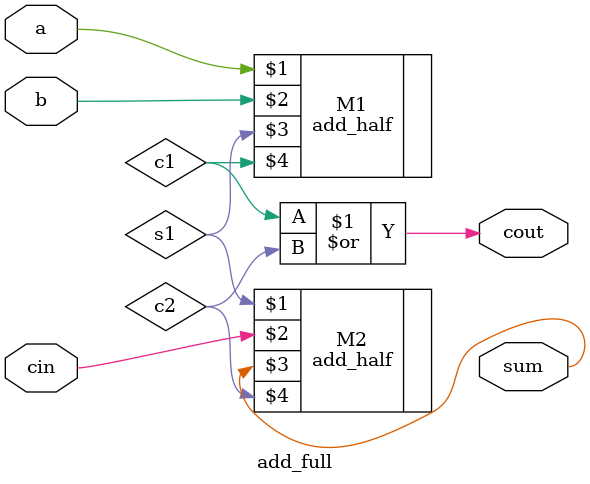
<source format=v>
module add_full(
    input a, b, cin,
    output sum, cout
);

wire s1, c1, c2;
add_half M1(a, b, s1, c1);
add_half M2(s1, cin, sum, c2);
or G1(cout, c1, c2);

endmodule
</source>
